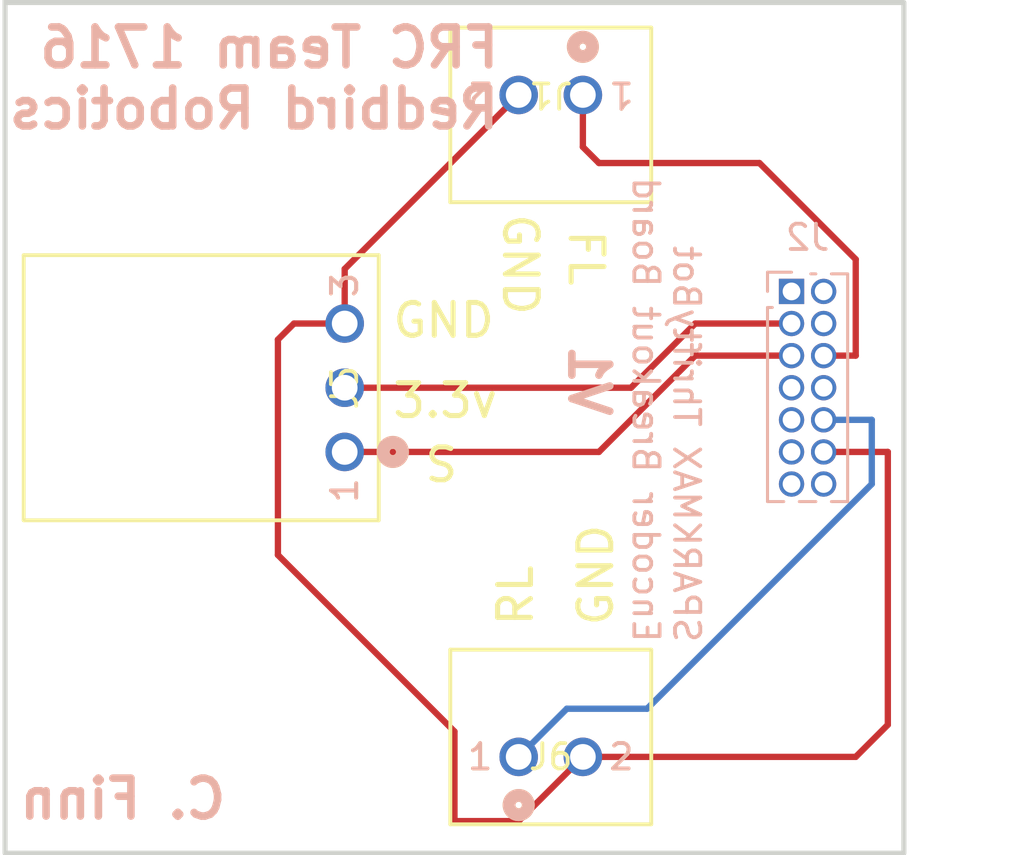
<source format=kicad_pcb>
(kicad_pcb (version 20221018) (generator pcbnew)
  (layers (0 "F.Cu" signal) (31 "B.Cu" signal) (34 "B.Paste" user) (35 "F.Paste" user) (36 "B.SilkS" user "B.Silkscreen") (37 "F.SilkS" user "F.Silkscreen") (38 "B.Mask" user) (39 "F.Mask" user) (44 "Edge.Cuts" user))
  (net 0 "")
  (net 1 "+3.3V")
  (net 2 "GND")
  (net 5 "+5V")
  (net 6 "Net-(J2-Pin_6)")
  (net 12 "Net-(J2-Pin_5)")
  (net 13 "Net-(J2-Pin_10)")
  (footprint "footprints:CONN_5-104363-1_TYCO" (layer "F.Cu") (at 151.765 76.0476 180)
    (fp_text reference "J1" (at 1.27 0 180 unlocked) (layer "F.SilkS"))
    (fp_text value "5-104363-1")
    (fp_text user "1" (at -1.524 0 180 unlocked) (layer "B.SilkS"))
    (fp_text user "2" (at 4.064 0 180 unlocked) (layer "B.SilkS"))
    (fp_text user "2" (at 4.064 0 180 unlocked) (layer "B.SilkS"))
    (fp_text user "1" (at -1.524 0 180 unlocked) (layer "B.SilkS"))
    (fp_text user "1" (at -1.524 0 180 unlocked) (layer "F.SilkS"))
    (fp_text user "2" (at 4.064 0 180 unlocked) (layer "F.SilkS"))
    (fp_text user "1" (at -1.524 0 180 unlocked) (layer "F.SilkS"))
    (fp_text user "2" (at 4.064 0 180 unlocked) (layer "F.SilkS"))
    (fp_circle (center 0 1.905) (end 0.381 1.905) (stroke (width 0.508)) (fill none) (layer "B.SilkS"))
    (fp_line (start -2.7051 -4.2418) (end -2.7051 2.667) (stroke (width 0.1524)) (layer "F.SilkS"))
    (fp_line (start -2.7051 2.667) (end 5.2451 2.667) (stroke (width 0.1524)) (layer "F.SilkS"))
    (fp_line (start 5.2451 -4.2418) (end -2.7051 -4.2418) (stroke (width 0.1524)) (layer "F.SilkS"))
    (fp_line (start 5.2451 2.667) (end 5.2451 -4.2418) (stroke (width 0.1524)) (layer "F.SilkS"))
    (fp_circle (center 0 1.905) (end 0.381 1.905) (stroke (width 0.508)) (fill none) (layer "F.SilkS"))
    (pad "1" thru_hole circle (at 0 0 180) (size 1.524 1.524) (drill 1.016) (layers "*.Cu" "*.Mask") (net 6 "Net-(J2-Pin_6)"))
    (pad "2" thru_hole circle (at 2.54 0 180) (size 1.524 1.524) (drill 1.016) (layers "*.Cu" "*.Mask") (net 2 "GND"))
  )
  (footprint "footprints:CONN_5-104363-1_TYCO" (layer "F.Cu") (at 149.225 102.235)
    (fp_text reference "J6" (at 1.27 0 unlocked) (layer "F.SilkS"))
    (fp_text value "5-104363-1")
    (fp_text user "1" (at -1.524 0 unlocked) (layer "B.SilkS"))
    (fp_text user "2" (at 4.064 0 unlocked) (layer "B.SilkS"))
    (fp_text user "2" (at 4.064 0 unlocked) (layer "B.SilkS"))
    (fp_text user "1" (at -1.524 0 unlocked) (layer "B.SilkS"))
    (fp_text user "2" (at 4.064 0 unlocked) (layer "F.SilkS"))
    (fp_text user "1" (at -1.524 0 unlocked) (layer "F.SilkS"))
    (fp_text user "1" (at -1.524 0 unlocked) (layer "F.SilkS"))
    (fp_text user "2" (at 4.064 0 unlocked) (layer "F.SilkS"))
    (fp_circle (center 0 1.905) (end 0.381 1.905) (stroke (width 0.508)) (fill none) (layer "B.SilkS"))
    (fp_line (start -2.7051 -4.2418) (end -2.7051 2.667) (stroke (width 0.1524)) (layer "F.SilkS"))
    (fp_line (start -2.7051 2.667) (end 5.2451 2.667) (stroke (width 0.1524)) (layer "F.SilkS"))
    (fp_line (start 5.2451 -4.2418) (end -2.7051 -4.2418) (stroke (width 0.1524)) (layer "F.SilkS"))
    (fp_line (start 5.2451 2.667) (end 5.2451 -4.2418) (stroke (width 0.1524)) (layer "F.SilkS"))
    (fp_circle (center 0 1.905) (end 0.381 1.905) (stroke (width 0.508)) (fill none) (layer "F.SilkS"))
    (pad "1" thru_hole circle (at 0 0) (size 1.524 1.524) (drill 1.016) (layers "*.Cu" "*.Mask") (net 13 "Net-(J2-Pin_10)"))
    (pad "2" thru_hole circle (at 2.54 0) (size 1.524 1.524) (drill 1.016) (layers "*.Cu" "*.Mask") (net 2 "GND"))
  )
  (footprint "footprints:CONN_5-104935-3_TYCO" (layer "F.Cu") (at 142.3416 90.17 90)
    (fp_text reference "J5" (at 2.54 0 90 unlocked) (layer "F.SilkS"))
    (fp_text value "5-104935-3")
    (fp_text user "3" (at 6.604 0 90 unlocked) (layer "B.SilkS"))
    (fp_text user "1" (at -1.524 0 90 unlocked) (layer "B.SilkS"))
    (fp_text user "3" (at 6.604 0 90 unlocked) (layer "B.SilkS"))
    (fp_text user "1" (at -1.524 0 90 unlocked) (layer "B.SilkS"))
    (fp_text user "1" (at -1.524 0 90 unlocked) (layer "F.SilkS"))
    (fp_text user "3" (at 6.604 0 90 unlocked) (layer "F.SilkS"))
    (fp_text user "3" (at 6.604 0 90 unlocked) (layer "F.SilkS"))
    (fp_text user "1" (at -1.524 0 90 unlocked) (layer "F.SilkS"))
    (fp_circle (center 0 1.905) (end 0.381 1.905) (stroke (width 0.508)) (fill none) (layer "B.SilkS"))
    (fp_line (start -2.7051 -12.7) (end -2.7051 1.3462) (stroke (width 0.1524)) (layer "F.SilkS"))
    (fp_line (start -2.7051 1.3462) (end 7.7851 1.3462) (stroke (width 0.1524)) (layer "F.SilkS"))
    (fp_line (start 7.7851 -12.7) (end -2.7051 -12.7) (stroke (width 0.1524)) (layer "F.SilkS"))
    (fp_line (start 7.7851 1.3462) (end 7.7851 -12.7) (stroke (width 0.1524)) (layer "F.SilkS"))
    (fp_circle (center 0 1.905) (end 0.381 1.905) (stroke (width 0.508)) (fill none) (layer "F.SilkS"))
    (pad "1" thru_hole circle (at 0 0 90) (size 1.524 1.524) (drill 1.016) (layers "*.Cu" "*.Mask") (net 12 "Net-(J2-Pin_5)"))
    (pad "2" thru_hole circle (at 2.54 0 90) (size 1.524 1.524) (drill 1.016) (layers "*.Cu" "*.Mask") (net 1 "+3.3V"))
    (pad "3" thru_hole circle (at 5.08 0 90) (size 1.524 1.524) (drill 1.016) (layers "*.Cu" "*.Mask") (net 2 "GND"))
  )
  (footprint "Connector_PinSocket_1.27mm:PinSocket_2x07_P1.27mm_Vertical" (layer "B.Cu") (at 160.02 83.82 180)
    (fp_text reference "J2" (at -0.635 2.135 -360) (layer "B.SilkS") (effects (justify mirror)))
    (fp_text value "Conn_02x07_Odd_Even")
    (fp_line (start -2.22 -8.315) (end -1.57753 -8.315) (stroke (width 0.12)) (layer "B.SilkS"))
    (fp_line (start -2.22 0.695) (end -2.22 -8.315) (stroke (width 0.12)) (layer "B.SilkS"))
    (fp_line (start -2.22 0.695) (end -1.57753 0.695) (stroke (width 0.12)) (layer "B.SilkS"))
    (fp_line (start -0.96247 -8.315) (end -0.30753 -8.315) (stroke (width 0.12)) (layer "B.SilkS"))
    (fp_line (start -0.96247 0.695) (end -0.76 0.695) (stroke (width 0.12)) (layer "B.SilkS"))
    (fp_line (start 0 0.76) (end 0.95 0.76) (stroke (width 0.12)) (layer "B.SilkS"))
    (fp_line (start 0.30753 -8.315) (end 0.95 -8.315) (stroke (width 0.12)) (layer "B.SilkS"))
    (fp_line (start 0.76 -0.635) (end 0.95 -0.635) (stroke (width 0.12)) (layer "B.SilkS"))
    (fp_line (start 0.95 -0.635) (end 0.95 -8.315) (stroke (width 0.12)) (layer "B.SilkS"))
    (fp_line (start 0.95 0.76) (end 0.95 0) (stroke (width 0.12)) (layer "B.SilkS"))
    (pad "1" thru_hole rect (at 0 0 180) (size 1 1) (drill 0.7) (layers "*.Cu" "*.Mask"))
    (pad "2" thru_hole oval (at -1.27 0 180) (size 1 1) (drill 0.7) (layers "*.Cu" "*.Mask"))
    (pad "3" thru_hole oval (at 0 -1.27 180) (size 1 1) (drill 0.7) (layers "*.Cu" "*.Mask") (net 1 "+3.3V"))
    (pad "4" thru_hole oval (at -1.27 -1.27 180) (size 1 1) (drill 0.7) (layers "*.Cu" "*.Mask") (net 5 "+5V"))
    (pad "5" thru_hole oval (at 0 -2.54 180) (size 1 1) (drill 0.7) (layers "*.Cu" "*.Mask") (net 12 "Net-(J2-Pin_5)"))
    (pad "6" thru_hole oval (at -1.27 -2.54 180) (size 1 1) (drill 0.7) (layers "*.Cu" "*.Mask") (net 6 "Net-(J2-Pin_6)"))
    (pad "7" thru_hole oval (at 0 -3.81 180) (size 1 1) (drill 0.7) (layers "*.Cu" "*.Mask"))
    (pad "8" thru_hole oval (at -1.27 -3.81 180) (size 1 1) (drill 0.7) (layers "*.Cu" "*.Mask"))
    (pad "9" thru_hole oval (at 0 -5.08 180) (size 1 1) (drill 0.7) (layers "*.Cu" "*.Mask"))
    (pad "10" thru_hole oval (at -1.27 -5.08 180) (size 1 1) (drill 0.7) (layers "*.Cu" "*.Mask") (net 13 "Net-(J2-Pin_10)"))
    (pad "11" thru_hole oval (at 0 -6.35 180) (size 1 1) (drill 0.7) (layers "*.Cu" "*.Mask"))
    (pad "12" thru_hole oval (at -1.27 -6.35 180) (size 1 1) (drill 0.7) (layers "*.Cu" "*.Mask") (net 2 "GND"))
    (pad "13" thru_hole oval (at 0 -7.62 180) (size 1 1) (drill 0.7) (layers "*.Cu" "*.Mask"))
    (pad "14" thru_hole oval (at -1.27 -7.62 180) (size 1 1) (drill 0.7) (layers "*.Cu" "*.Mask"))
  )
  (gr_rect (start 128.905 72.39) (end 164.465 106.045) (stroke (width 0.2)) (fill none) (layer "Edge.Cuts"))
  (gr_text "V1" (at 151.13 88.9 -90) (layer "B.SilkS") (effects (font (size 1.5 1.5) (thickness 0.3) bold) (justify left bottom mirror)))
  (gr_text "FRC Team 1716\nRedbird Robotics" (at 148.59 77.47) (layer "B.SilkS") (effects (font (size 1.5 1.5) (thickness 0.3) bold) (justify left bottom mirror)))
  (gr_text "C. Finn" (at 137.795 104.775) (layer "B.SilkS") (effects (font (size 1.5 1.5) (thickness 0.3) bold) (justify left bottom mirror)))
  (gr_text "SPARKMAX ThriftyBot\nEncoder Breakout Board" (at 153.67 97.79 270) (layer "B.SilkS") (effects (font (size 1 1)) (justify left bottom mirror)))
  (gr_text "S" (at 145.415 91.44) (layer "F.SilkS") (effects (font (size 1.3 1.3) (thickness 0.2)) (justify left bottom)))
  (gr_text "RL" (at 149.86 97.155 90) (layer "F.SilkS") (effects (font (size 1.3 1.3) (thickness 0.2)) (justify left bottom)))
  (gr_text "GND" (at 153.035 97.155 90) (layer "F.SilkS") (effects (font (size 1.3 1.3) (thickness 0.2)) (justify left bottom)))
  (gr_text "GND" (at 148.53 80.645 270) (layer "F.SilkS") (effects (font (size 1.3 1.3) (thickness 0.2)) (justify left bottom)))
  (gr_text "3.3v" (at 144.145 88.9) (layer "F.SilkS") (effects (font (size 1.3 1.3) (thickness 0.2)) (justify left bottom)))
  (gr_text "GND" (at 144.145 85.725) (layer "F.SilkS") (effects (font (size 1.3 1.3) (thickness 0.2)) (justify left bottom)))
  (gr_text "FL" (at 151.13 81.28 -90) (layer "F.SilkS") (effects (font (size 1.3 1.3) (thickness 0.2)) (justify left bottom)))
  (segment (start 156.21 85.09) (end 153.67 87.63) (width 0.25) (layer "F.Cu") (net 1))
  (segment (start 153.67 87.63) (end 142.3416 87.63) (width 0.25) (layer "F.Cu") (net 1))
  (segment (start 160.02 85.09) (end 156.21 85.09) (width 0.25) (layer "F.Cu") (net 1))
  (segment (start 149.225 104.775) (end 151.765 102.235) (width 0.25) (layer "F.Cu") (net 2))
  (segment (start 163.83 100.965) (end 163.83 90.17) (width 0.25) (layer "F.Cu") (net 2))
  (segment (start 142.3416 82.931) (end 149.225 76.0476) (width 0.25) (layer "F.Cu") (net 2))
  (segment (start 139.7 85.725) (end 139.7 94.247251) (width 0.25) (layer "F.Cu") (net 2))
  (segment (start 163.83 90.17) (end 161.29 90.17) (width 0.25) (layer "F.Cu") (net 2))
  (segment (start 151.765 102.235) (end 162.56 102.235) (width 0.25) (layer "F.Cu") (net 2))
  (segment (start 142.3416 85.09) (end 140.335 85.09) (width 0.25) (layer "F.Cu") (net 2))
  (segment (start 146.685 104.775) (end 149.225 104.775) (width 0.25) (layer "F.Cu") (net 2))
  (segment (start 140.335 85.09) (end 139.7 85.725) (width 0.25) (layer "F.Cu") (net 2))
  (segment (start 146.685 101.232251) (end 146.685 104.775) (width 0.25) (layer "F.Cu") (net 2))
  (segment (start 139.7 94.247251) (end 146.685 101.232251) (width 0.25) (layer "F.Cu") (net 2))
  (segment (start 142.3416 85.09) (end 142.3416 82.931) (width 0.25) (layer "F.Cu") (net 2))
  (segment (start 162.56 102.235) (end 163.83 100.965) (width 0.25) (layer "F.Cu") (net 2))
  (segment (start 151.765 78.105) (end 151.765 76.0476) (width 0.25) (layer "F.Cu") (net 6))
  (segment (start 158.75 78.74) (end 152.4 78.74) (width 0.25) (layer "F.Cu") (net 6))
  (segment (start 161.29 86.36) (end 162.56 86.36) (width 0.25) (layer "F.Cu") (net 6))
  (segment (start 152.4 78.74) (end 151.765 78.105) (width 0.25) (layer "F.Cu") (net 6))
  (segment (start 162.56 82.55) (end 158.75 78.74) (width 0.25) (layer "F.Cu") (net 6))
  (segment (start 162.56 86.36) (end 162.56 82.55) (width 0.25) (layer "F.Cu") (net 6))
  (segment (start 152.4 90.17) (end 142.3416 90.17) (width 0.25) (layer "F.Cu") (net 12))
  (segment (start 160.02 86.36) (end 156.21 86.36) (width 0.25) (layer "F.Cu") (net 12))
  (segment (start 156.21 86.36) (end 152.4 90.17) (width 0.25) (layer "F.Cu") (net 12))
  (segment (start 161.29 88.9) (end 163.195 88.9) (width 0.25) (layer "B.Cu") (net 13))
  (segment (start 163.195 88.9) (end 163.195 91.44) (width 0.25) (layer "B.Cu") (net 13))
  (segment (start 151.13 100.33) (end 149.225 102.235) (width 0.25) (layer "B.Cu") (net 13))
  (segment (start 154.305 100.33) (end 151.13 100.33) (width 0.25) (layer "B.Cu") (net 13))
  (segment (start 163.195 91.44) (end 154.305 100.33) (width 0.25) (layer "B.Cu") (net 13))
)
</source>
